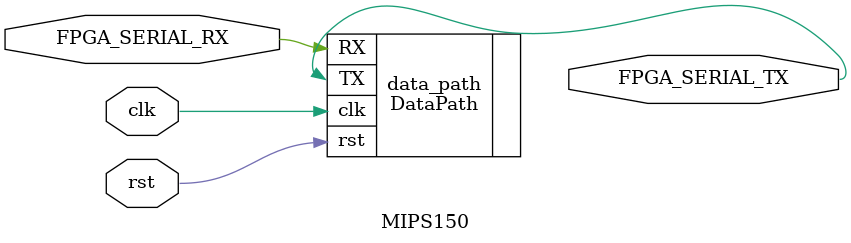
<source format=v>

module MIPS150(
    input clk, 
    input rst,
    input FPGA_SERIAL_RX,
    output FPGA_SERIAL_TX
);

// Use this as the top-level module for your CPU. You
// will likely want to break control and datapath out
// into separate modules that you instantiate here.
    
    
    //control inside dataPath already
    DataPath data_path(     
    	.clk(clk),
    	.rst(rst),
    	.RX(FPGA_SERIAL_RX),
    	.TX(FPGA_SERIAL_TX)
    );


endmodule
    


</source>
